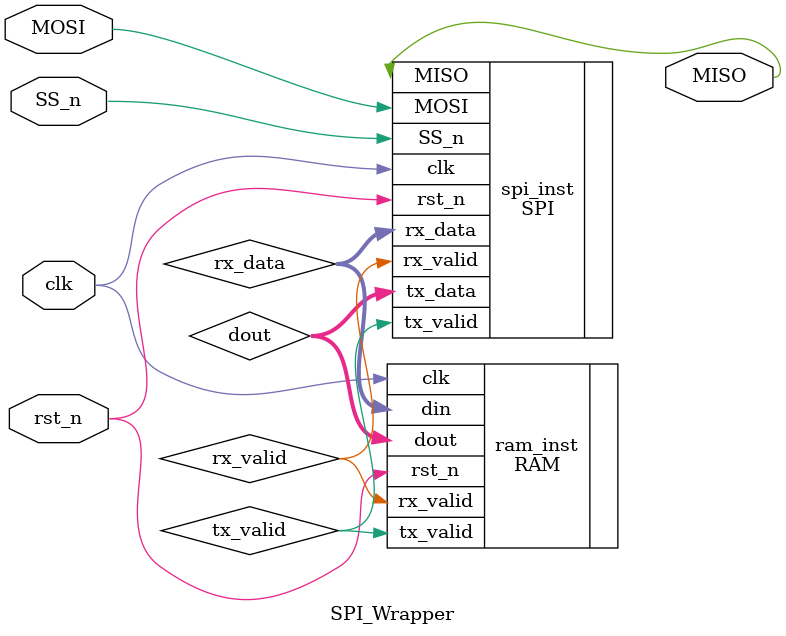
<source format=v>
module SPI_Wrapper(MOSI,SS_n,clk,rst_n,MISO);
input MOSI,SS_n,clk,rst_n;
output MISO;

wire [9:0]rx_data;
wire tx_valid,rx_valid;
wire [7:0]dout;



RAM  ram_inst (.clk(clk),.rst_n(rst_n),
        .rx_valid(rx_valid),.din(rx_data),
        .dout(dout),.tx_valid(tx_valid)
    );



SPI spi_inst (.MOSI(MOSI),.SS_n(SS_n),.clk(clk),.rst_n(rst_n),
        .tx_data(dout),.tx_valid(tx_valid),.MISO(MISO),
        .rx_data(rx_data),.rx_valid(rx_valid)
    );




endmodule
</source>
